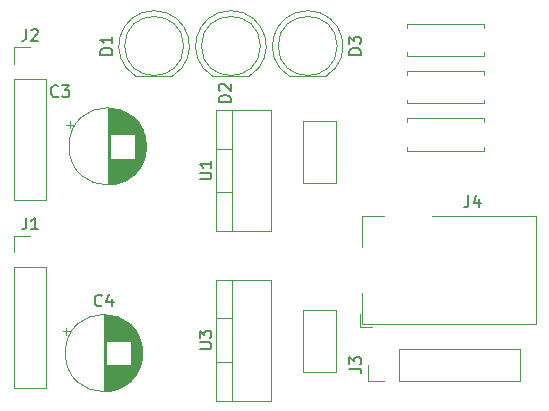
<source format=gbr>
%TF.GenerationSoftware,KiCad,Pcbnew,9.0.7*%
%TF.CreationDate,2026-01-31T20:36:48-06:00*%
%TF.ProjectId,Power,506f7765-722e-46b6-9963-61645f706362,rev?*%
%TF.SameCoordinates,Original*%
%TF.FileFunction,Legend,Top*%
%TF.FilePolarity,Positive*%
%FSLAX46Y46*%
G04 Gerber Fmt 4.6, Leading zero omitted, Abs format (unit mm)*
G04 Created by KiCad (PCBNEW 9.0.7) date 2026-01-31 20:36:48*
%MOMM*%
%LPD*%
G01*
G04 APERTURE LIST*
%ADD10C,0.150000*%
%ADD11C,0.120000*%
G04 APERTURE END LIST*
D10*
X200534819Y-110333333D02*
X201249104Y-110333333D01*
X201249104Y-110333333D02*
X201391961Y-110380952D01*
X201391961Y-110380952D02*
X201487200Y-110476190D01*
X201487200Y-110476190D02*
X201534819Y-110619047D01*
X201534819Y-110619047D02*
X201534819Y-110714285D01*
X200534819Y-109952380D02*
X200534819Y-109333333D01*
X200534819Y-109333333D02*
X200915771Y-109666666D01*
X200915771Y-109666666D02*
X200915771Y-109523809D01*
X200915771Y-109523809D02*
X200963390Y-109428571D01*
X200963390Y-109428571D02*
X201011009Y-109380952D01*
X201011009Y-109380952D02*
X201106247Y-109333333D01*
X201106247Y-109333333D02*
X201344342Y-109333333D01*
X201344342Y-109333333D02*
X201439580Y-109380952D01*
X201439580Y-109380952D02*
X201487200Y-109428571D01*
X201487200Y-109428571D02*
X201534819Y-109523809D01*
X201534819Y-109523809D02*
X201534819Y-109809523D01*
X201534819Y-109809523D02*
X201487200Y-109904761D01*
X201487200Y-109904761D02*
X201439580Y-109952380D01*
X173166666Y-81574819D02*
X173166666Y-82289104D01*
X173166666Y-82289104D02*
X173119047Y-82431961D01*
X173119047Y-82431961D02*
X173023809Y-82527200D01*
X173023809Y-82527200D02*
X172880952Y-82574819D01*
X172880952Y-82574819D02*
X172785714Y-82574819D01*
X173595238Y-81670057D02*
X173642857Y-81622438D01*
X173642857Y-81622438D02*
X173738095Y-81574819D01*
X173738095Y-81574819D02*
X173976190Y-81574819D01*
X173976190Y-81574819D02*
X174071428Y-81622438D01*
X174071428Y-81622438D02*
X174119047Y-81670057D01*
X174119047Y-81670057D02*
X174166666Y-81765295D01*
X174166666Y-81765295D02*
X174166666Y-81860533D01*
X174166666Y-81860533D02*
X174119047Y-82003390D01*
X174119047Y-82003390D02*
X173547619Y-82574819D01*
X173547619Y-82574819D02*
X174166666Y-82574819D01*
X173166666Y-97534819D02*
X173166666Y-98249104D01*
X173166666Y-98249104D02*
X173119047Y-98391961D01*
X173119047Y-98391961D02*
X173023809Y-98487200D01*
X173023809Y-98487200D02*
X172880952Y-98534819D01*
X172880952Y-98534819D02*
X172785714Y-98534819D01*
X174166666Y-98534819D02*
X173595238Y-98534819D01*
X173880952Y-98534819D02*
X173880952Y-97534819D01*
X173880952Y-97534819D02*
X173785714Y-97677676D01*
X173785714Y-97677676D02*
X173690476Y-97772914D01*
X173690476Y-97772914D02*
X173595238Y-97820533D01*
X187854819Y-108671904D02*
X188664342Y-108671904D01*
X188664342Y-108671904D02*
X188759580Y-108624285D01*
X188759580Y-108624285D02*
X188807200Y-108576666D01*
X188807200Y-108576666D02*
X188854819Y-108481428D01*
X188854819Y-108481428D02*
X188854819Y-108290952D01*
X188854819Y-108290952D02*
X188807200Y-108195714D01*
X188807200Y-108195714D02*
X188759580Y-108148095D01*
X188759580Y-108148095D02*
X188664342Y-108100476D01*
X188664342Y-108100476D02*
X187854819Y-108100476D01*
X187854819Y-107719523D02*
X187854819Y-107100476D01*
X187854819Y-107100476D02*
X188235771Y-107433809D01*
X188235771Y-107433809D02*
X188235771Y-107290952D01*
X188235771Y-107290952D02*
X188283390Y-107195714D01*
X188283390Y-107195714D02*
X188331009Y-107148095D01*
X188331009Y-107148095D02*
X188426247Y-107100476D01*
X188426247Y-107100476D02*
X188664342Y-107100476D01*
X188664342Y-107100476D02*
X188759580Y-107148095D01*
X188759580Y-107148095D02*
X188807200Y-107195714D01*
X188807200Y-107195714D02*
X188854819Y-107290952D01*
X188854819Y-107290952D02*
X188854819Y-107576666D01*
X188854819Y-107576666D02*
X188807200Y-107671904D01*
X188807200Y-107671904D02*
X188759580Y-107719523D01*
X187854819Y-94301904D02*
X188664342Y-94301904D01*
X188664342Y-94301904D02*
X188759580Y-94254285D01*
X188759580Y-94254285D02*
X188807200Y-94206666D01*
X188807200Y-94206666D02*
X188854819Y-94111428D01*
X188854819Y-94111428D02*
X188854819Y-93920952D01*
X188854819Y-93920952D02*
X188807200Y-93825714D01*
X188807200Y-93825714D02*
X188759580Y-93778095D01*
X188759580Y-93778095D02*
X188664342Y-93730476D01*
X188664342Y-93730476D02*
X187854819Y-93730476D01*
X188854819Y-92730476D02*
X188854819Y-93301904D01*
X188854819Y-93016190D02*
X187854819Y-93016190D01*
X187854819Y-93016190D02*
X187997676Y-93111428D01*
X187997676Y-93111428D02*
X188092914Y-93206666D01*
X188092914Y-93206666D02*
X188140533Y-93301904D01*
X210616666Y-95662319D02*
X210616666Y-96376604D01*
X210616666Y-96376604D02*
X210569047Y-96519461D01*
X210569047Y-96519461D02*
X210473809Y-96614700D01*
X210473809Y-96614700D02*
X210330952Y-96662319D01*
X210330952Y-96662319D02*
X210235714Y-96662319D01*
X211521428Y-95995652D02*
X211521428Y-96662319D01*
X211283333Y-95614700D02*
X211045238Y-96328985D01*
X211045238Y-96328985D02*
X211664285Y-96328985D01*
X201514819Y-83738094D02*
X200514819Y-83738094D01*
X200514819Y-83738094D02*
X200514819Y-83499999D01*
X200514819Y-83499999D02*
X200562438Y-83357142D01*
X200562438Y-83357142D02*
X200657676Y-83261904D01*
X200657676Y-83261904D02*
X200752914Y-83214285D01*
X200752914Y-83214285D02*
X200943390Y-83166666D01*
X200943390Y-83166666D02*
X201086247Y-83166666D01*
X201086247Y-83166666D02*
X201276723Y-83214285D01*
X201276723Y-83214285D02*
X201371961Y-83261904D01*
X201371961Y-83261904D02*
X201467200Y-83357142D01*
X201467200Y-83357142D02*
X201514819Y-83499999D01*
X201514819Y-83499999D02*
X201514819Y-83738094D01*
X200514819Y-82833332D02*
X200514819Y-82214285D01*
X200514819Y-82214285D02*
X200895771Y-82547618D01*
X200895771Y-82547618D02*
X200895771Y-82404761D01*
X200895771Y-82404761D02*
X200943390Y-82309523D01*
X200943390Y-82309523D02*
X200991009Y-82261904D01*
X200991009Y-82261904D02*
X201086247Y-82214285D01*
X201086247Y-82214285D02*
X201324342Y-82214285D01*
X201324342Y-82214285D02*
X201419580Y-82261904D01*
X201419580Y-82261904D02*
X201467200Y-82309523D01*
X201467200Y-82309523D02*
X201514819Y-82404761D01*
X201514819Y-82404761D02*
X201514819Y-82690475D01*
X201514819Y-82690475D02*
X201467200Y-82785713D01*
X201467200Y-82785713D02*
X201419580Y-82833332D01*
X190484819Y-87738094D02*
X189484819Y-87738094D01*
X189484819Y-87738094D02*
X189484819Y-87499999D01*
X189484819Y-87499999D02*
X189532438Y-87357142D01*
X189532438Y-87357142D02*
X189627676Y-87261904D01*
X189627676Y-87261904D02*
X189722914Y-87214285D01*
X189722914Y-87214285D02*
X189913390Y-87166666D01*
X189913390Y-87166666D02*
X190056247Y-87166666D01*
X190056247Y-87166666D02*
X190246723Y-87214285D01*
X190246723Y-87214285D02*
X190341961Y-87261904D01*
X190341961Y-87261904D02*
X190437200Y-87357142D01*
X190437200Y-87357142D02*
X190484819Y-87499999D01*
X190484819Y-87499999D02*
X190484819Y-87738094D01*
X189580057Y-86785713D02*
X189532438Y-86738094D01*
X189532438Y-86738094D02*
X189484819Y-86642856D01*
X189484819Y-86642856D02*
X189484819Y-86404761D01*
X189484819Y-86404761D02*
X189532438Y-86309523D01*
X189532438Y-86309523D02*
X189580057Y-86261904D01*
X189580057Y-86261904D02*
X189675295Y-86214285D01*
X189675295Y-86214285D02*
X189770533Y-86214285D01*
X189770533Y-86214285D02*
X189913390Y-86261904D01*
X189913390Y-86261904D02*
X190484819Y-86833332D01*
X190484819Y-86833332D02*
X190484819Y-86214285D01*
X180454819Y-83738094D02*
X179454819Y-83738094D01*
X179454819Y-83738094D02*
X179454819Y-83499999D01*
X179454819Y-83499999D02*
X179502438Y-83357142D01*
X179502438Y-83357142D02*
X179597676Y-83261904D01*
X179597676Y-83261904D02*
X179692914Y-83214285D01*
X179692914Y-83214285D02*
X179883390Y-83166666D01*
X179883390Y-83166666D02*
X180026247Y-83166666D01*
X180026247Y-83166666D02*
X180216723Y-83214285D01*
X180216723Y-83214285D02*
X180311961Y-83261904D01*
X180311961Y-83261904D02*
X180407200Y-83357142D01*
X180407200Y-83357142D02*
X180454819Y-83499999D01*
X180454819Y-83499999D02*
X180454819Y-83738094D01*
X180454819Y-82214285D02*
X180454819Y-82785713D01*
X180454819Y-82499999D02*
X179454819Y-82499999D01*
X179454819Y-82499999D02*
X179597676Y-82595237D01*
X179597676Y-82595237D02*
X179692914Y-82690475D01*
X179692914Y-82690475D02*
X179740533Y-82785713D01*
X179583333Y-104959580D02*
X179535714Y-105007200D01*
X179535714Y-105007200D02*
X179392857Y-105054819D01*
X179392857Y-105054819D02*
X179297619Y-105054819D01*
X179297619Y-105054819D02*
X179154762Y-105007200D01*
X179154762Y-105007200D02*
X179059524Y-104911961D01*
X179059524Y-104911961D02*
X179011905Y-104816723D01*
X179011905Y-104816723D02*
X178964286Y-104626247D01*
X178964286Y-104626247D02*
X178964286Y-104483390D01*
X178964286Y-104483390D02*
X179011905Y-104292914D01*
X179011905Y-104292914D02*
X179059524Y-104197676D01*
X179059524Y-104197676D02*
X179154762Y-104102438D01*
X179154762Y-104102438D02*
X179297619Y-104054819D01*
X179297619Y-104054819D02*
X179392857Y-104054819D01*
X179392857Y-104054819D02*
X179535714Y-104102438D01*
X179535714Y-104102438D02*
X179583333Y-104150057D01*
X180440476Y-104388152D02*
X180440476Y-105054819D01*
X180202381Y-104007200D02*
X179964286Y-104721485D01*
X179964286Y-104721485D02*
X180583333Y-104721485D01*
X175870954Y-87234580D02*
X175823335Y-87282200D01*
X175823335Y-87282200D02*
X175680478Y-87329819D01*
X175680478Y-87329819D02*
X175585240Y-87329819D01*
X175585240Y-87329819D02*
X175442383Y-87282200D01*
X175442383Y-87282200D02*
X175347145Y-87186961D01*
X175347145Y-87186961D02*
X175299526Y-87091723D01*
X175299526Y-87091723D02*
X175251907Y-86901247D01*
X175251907Y-86901247D02*
X175251907Y-86758390D01*
X175251907Y-86758390D02*
X175299526Y-86567914D01*
X175299526Y-86567914D02*
X175347145Y-86472676D01*
X175347145Y-86472676D02*
X175442383Y-86377438D01*
X175442383Y-86377438D02*
X175585240Y-86329819D01*
X175585240Y-86329819D02*
X175680478Y-86329819D01*
X175680478Y-86329819D02*
X175823335Y-86377438D01*
X175823335Y-86377438D02*
X175870954Y-86425057D01*
X176204288Y-86329819D02*
X176823335Y-86329819D01*
X176823335Y-86329819D02*
X176490002Y-86710771D01*
X176490002Y-86710771D02*
X176632859Y-86710771D01*
X176632859Y-86710771D02*
X176728097Y-86758390D01*
X176728097Y-86758390D02*
X176775716Y-86806009D01*
X176775716Y-86806009D02*
X176823335Y-86901247D01*
X176823335Y-86901247D02*
X176823335Y-87139342D01*
X176823335Y-87139342D02*
X176775716Y-87234580D01*
X176775716Y-87234580D02*
X176728097Y-87282200D01*
X176728097Y-87282200D02*
X176632859Y-87329819D01*
X176632859Y-87329819D02*
X176347145Y-87329819D01*
X176347145Y-87329819D02*
X176251907Y-87282200D01*
X176251907Y-87282200D02*
X176204288Y-87234580D01*
D11*
%TO.C,R2*%
X211960000Y-87870000D02*
X211960000Y-87540000D01*
X211960000Y-85130000D02*
X211960000Y-85460000D01*
X205420000Y-87870000D02*
X211960000Y-87870000D01*
X205420000Y-87540000D02*
X205420000Y-87870000D01*
X205420000Y-85460000D02*
X205420000Y-85130000D01*
X205420000Y-85130000D02*
X211960000Y-85130000D01*
%TO.C,R1*%
X205420000Y-89130000D02*
X211960000Y-89130000D01*
X205420000Y-89460000D02*
X205420000Y-89130000D01*
X205420000Y-91540000D02*
X205420000Y-91870000D01*
X205420000Y-91870000D02*
X211960000Y-91870000D01*
X211960000Y-89130000D02*
X211960000Y-89460000D01*
X211960000Y-91870000D02*
X211960000Y-91540000D01*
%TO.C,R3*%
X211960000Y-83870000D02*
X211960000Y-83540000D01*
X211960000Y-81130000D02*
X211960000Y-81460000D01*
X205420000Y-83870000D02*
X211960000Y-83870000D01*
X205420000Y-83540000D02*
X205420000Y-83870000D01*
X205420000Y-81460000D02*
X205420000Y-81130000D01*
X205420000Y-81130000D02*
X211960000Y-81130000D01*
%TO.C,J3*%
X202080000Y-111380000D02*
X202080000Y-110000000D01*
X203460000Y-111380000D02*
X202080000Y-111380000D01*
X204730000Y-111380000D02*
X215000000Y-111380000D01*
X204730000Y-111380000D02*
X204730000Y-108620000D01*
X215000000Y-111380000D02*
X215000000Y-108620000D01*
X204730000Y-108620000D02*
X215000000Y-108620000D01*
%TO.C,J2*%
X172120000Y-83120000D02*
X173500000Y-83120000D01*
X172120000Y-84500000D02*
X172120000Y-83120000D01*
X172120000Y-85770000D02*
X172120000Y-96040000D01*
X172120000Y-85770000D02*
X174880000Y-85770000D01*
X172120000Y-96040000D02*
X174880000Y-96040000D01*
X174880000Y-85770000D02*
X174880000Y-96040000D01*
%TO.C,J1*%
X172120000Y-99080000D02*
X173500000Y-99080000D01*
X172120000Y-100460000D02*
X172120000Y-99080000D01*
X172120000Y-101730000D02*
X172120000Y-112000000D01*
X172120000Y-101730000D02*
X174880000Y-101730000D01*
X172120000Y-112000000D02*
X174880000Y-112000000D01*
X174880000Y-101730000D02*
X174880000Y-112000000D01*
%TO.C,U3*%
X193860000Y-102800000D02*
X193860000Y-113020000D01*
X189240000Y-102800000D02*
X193860000Y-102800000D01*
X189240000Y-106060000D02*
X190620000Y-106060000D01*
X189240000Y-109760000D02*
X190620000Y-109760000D01*
X193860000Y-113020000D02*
X189240000Y-113020000D01*
X190620000Y-113020000D02*
X190620000Y-102800000D01*
X189240000Y-113020000D02*
X189240000Y-102800000D01*
%TO.C,U1*%
X189240000Y-98650000D02*
X189240000Y-88430000D01*
X190620000Y-98650000D02*
X190620000Y-88430000D01*
X193860000Y-98650000D02*
X189240000Y-98650000D01*
X189240000Y-95390000D02*
X190620000Y-95390000D01*
X189240000Y-91690000D02*
X190620000Y-91690000D01*
X189240000Y-88430000D02*
X193860000Y-88430000D01*
X193860000Y-88430000D02*
X193860000Y-98650000D01*
%TO.C,J4*%
X216300000Y-106557500D02*
X201600000Y-106557500D01*
X216300000Y-97357500D02*
X216300000Y-106557500D01*
X207500000Y-97357500D02*
X216300000Y-97357500D01*
X202450000Y-106757500D02*
X201400000Y-106757500D01*
X201600000Y-106557500D02*
X201600000Y-103957500D01*
X201600000Y-100057500D02*
X201600000Y-97357500D01*
X201600000Y-97357500D02*
X203500000Y-97357500D01*
X201400000Y-105707500D02*
X201400000Y-106757500D01*
%TO.C,D3*%
X195455000Y-85565000D02*
X198545000Y-85565000D01*
X195455170Y-85565000D02*
G75*
G02*
X197000000Y-80015000I1544830J2560000D01*
G01*
X197000000Y-80015000D02*
G75*
G02*
X198544830Y-85565000I0J-2990000D01*
G01*
X199500000Y-83005000D02*
G75*
G02*
X194500000Y-83005000I-2500000J0D01*
G01*
X194500000Y-83005000D02*
G75*
G02*
X199500000Y-83005000I2500000J0D01*
G01*
%TO.C,D2*%
X188955000Y-85565000D02*
X192045000Y-85565000D01*
X188955170Y-85565000D02*
G75*
G02*
X190500000Y-80015000I1544830J2560000D01*
G01*
X190500000Y-80015000D02*
G75*
G02*
X192044830Y-85565000I0J-2990000D01*
G01*
X193000000Y-83005000D02*
G75*
G02*
X188000000Y-83005000I-2500000J0D01*
G01*
X188000000Y-83005000D02*
G75*
G02*
X193000000Y-83005000I2500000J0D01*
G01*
%TO.C,D1*%
X182455000Y-85565000D02*
X185545000Y-85565000D01*
X182455170Y-85565000D02*
G75*
G02*
X184000000Y-80015000I1544830J2560000D01*
G01*
X184000000Y-80015000D02*
G75*
G02*
X185544830Y-85565000I0J-2990000D01*
G01*
X186500000Y-83005000D02*
G75*
G02*
X181500000Y-83005000I-2500000J0D01*
G01*
X181500000Y-83005000D02*
G75*
G02*
X186500000Y-83005000I2500000J0D01*
G01*
%TO.C,C4*%
X176249759Y-107161000D02*
X176879759Y-107161000D01*
X176564759Y-106846000D02*
X176564759Y-107476000D01*
X179750000Y-105770000D02*
X179750000Y-112230000D01*
X179790000Y-105770000D02*
X179790000Y-112230000D01*
X179830000Y-105771000D02*
X179830000Y-112229000D01*
X179870000Y-105772000D02*
X179870000Y-112228000D01*
X179910000Y-105774000D02*
X179910000Y-112226000D01*
X179950000Y-105776000D02*
X179950000Y-112224000D01*
X179990000Y-105779000D02*
X179990000Y-107960000D01*
X179990000Y-110040000D02*
X179990000Y-112221000D01*
X180030000Y-105782000D02*
X180030000Y-107960000D01*
X180030000Y-110040000D02*
X180030000Y-112218000D01*
X180070000Y-105786000D02*
X180070000Y-107960000D01*
X180070000Y-110040000D02*
X180070000Y-112214000D01*
X180110000Y-105790000D02*
X180110000Y-107960000D01*
X180110000Y-110040000D02*
X180110000Y-112210000D01*
X180150000Y-105795000D02*
X180150000Y-107960000D01*
X180150000Y-110040000D02*
X180150000Y-112205000D01*
X180190000Y-105800000D02*
X180190000Y-107960000D01*
X180190000Y-110040000D02*
X180190000Y-112200000D01*
X180230000Y-105805000D02*
X180230000Y-107960000D01*
X180230000Y-110040000D02*
X180230000Y-112195000D01*
X180270000Y-105812000D02*
X180270000Y-107960000D01*
X180270000Y-110040000D02*
X180270000Y-112188000D01*
X180310000Y-105818000D02*
X180310000Y-107960000D01*
X180310000Y-110040000D02*
X180310000Y-112182000D01*
X180350000Y-105826000D02*
X180350000Y-107960000D01*
X180350000Y-110040000D02*
X180350000Y-112174000D01*
X180390000Y-105833000D02*
X180390000Y-107960000D01*
X180390000Y-110040000D02*
X180390000Y-112167000D01*
X180430000Y-105841000D02*
X180430000Y-107960000D01*
X180430000Y-110040000D02*
X180430000Y-112159000D01*
X180470000Y-105850000D02*
X180470000Y-107960000D01*
X180470000Y-110040000D02*
X180470000Y-112150000D01*
X180510000Y-105860000D02*
X180510000Y-107960000D01*
X180510000Y-110040000D02*
X180510000Y-112140000D01*
X180550000Y-105869000D02*
X180550000Y-107960000D01*
X180550000Y-110040000D02*
X180550000Y-112131000D01*
X180590000Y-105880000D02*
X180590000Y-107960000D01*
X180590000Y-110040000D02*
X180590000Y-112120000D01*
X180630000Y-105891000D02*
X180630000Y-107960000D01*
X180630000Y-110040000D02*
X180630000Y-112109000D01*
X180670000Y-105902000D02*
X180670000Y-107960000D01*
X180670000Y-110040000D02*
X180670000Y-112098000D01*
X180710000Y-105914000D02*
X180710000Y-107960000D01*
X180710000Y-110040000D02*
X180710000Y-112086000D01*
X180750000Y-105927000D02*
X180750000Y-107960000D01*
X180750000Y-110040000D02*
X180750000Y-112073000D01*
X180790000Y-105940000D02*
X180790000Y-107960000D01*
X180790000Y-110040000D02*
X180790000Y-112060000D01*
X180830000Y-105953000D02*
X180830000Y-107960000D01*
X180830000Y-110040000D02*
X180830000Y-112047000D01*
X180870000Y-105968000D02*
X180870000Y-107960000D01*
X180870000Y-110040000D02*
X180870000Y-112032000D01*
X180910000Y-105983000D02*
X180910000Y-107960000D01*
X180910000Y-110040000D02*
X180910000Y-112017000D01*
X180950000Y-105998000D02*
X180950000Y-107960000D01*
X180950000Y-110040000D02*
X180950000Y-112002000D01*
X180990000Y-106014000D02*
X180990000Y-107960000D01*
X180990000Y-110040000D02*
X180990000Y-111986000D01*
X181030000Y-106031000D02*
X181030000Y-107960000D01*
X181030000Y-110040000D02*
X181030000Y-111969000D01*
X181070000Y-106048000D02*
X181070000Y-107960000D01*
X181070000Y-110040000D02*
X181070000Y-111952000D01*
X181110000Y-106066000D02*
X181110000Y-107960000D01*
X181110000Y-110040000D02*
X181110000Y-111934000D01*
X181150000Y-106085000D02*
X181150000Y-107960000D01*
X181150000Y-110040000D02*
X181150000Y-111915000D01*
X181190000Y-106104000D02*
X181190000Y-107960000D01*
X181190000Y-110040000D02*
X181190000Y-111896000D01*
X181230000Y-106124000D02*
X181230000Y-107960000D01*
X181230000Y-110040000D02*
X181230000Y-111876000D01*
X181270000Y-106145000D02*
X181270000Y-107960000D01*
X181270000Y-110040000D02*
X181270000Y-111855000D01*
X181310000Y-106166000D02*
X181310000Y-107960000D01*
X181310000Y-110040000D02*
X181310000Y-111834000D01*
X181350000Y-106188000D02*
X181350000Y-107960000D01*
X181350000Y-110040000D02*
X181350000Y-111812000D01*
X181390000Y-106211000D02*
X181390000Y-107960000D01*
X181390000Y-110040000D02*
X181390000Y-111789000D01*
X181430000Y-106235000D02*
X181430000Y-107960000D01*
X181430000Y-110040000D02*
X181430000Y-111765000D01*
X181470000Y-106259000D02*
X181470000Y-107960000D01*
X181470000Y-110040000D02*
X181470000Y-111741000D01*
X181510000Y-106284000D02*
X181510000Y-107960000D01*
X181510000Y-110040000D02*
X181510000Y-111716000D01*
X181550000Y-106310000D02*
X181550000Y-107960000D01*
X181550000Y-110040000D02*
X181550000Y-111690000D01*
X181590000Y-106337000D02*
X181590000Y-107960000D01*
X181590000Y-110040000D02*
X181590000Y-111663000D01*
X181630000Y-106364000D02*
X181630000Y-107960000D01*
X181630000Y-110040000D02*
X181630000Y-111636000D01*
X181670000Y-106393000D02*
X181670000Y-107960000D01*
X181670000Y-110040000D02*
X181670000Y-111607000D01*
X181710000Y-106423000D02*
X181710000Y-107960000D01*
X181710000Y-110040000D02*
X181710000Y-111577000D01*
X181750000Y-106453000D02*
X181750000Y-107960000D01*
X181750000Y-110040000D02*
X181750000Y-111547000D01*
X181790000Y-106484000D02*
X181790000Y-107960000D01*
X181790000Y-110040000D02*
X181790000Y-111516000D01*
X181830000Y-106517000D02*
X181830000Y-107960000D01*
X181830000Y-110040000D02*
X181830000Y-111483000D01*
X181870000Y-106550000D02*
X181870000Y-107960000D01*
X181870000Y-110040000D02*
X181870000Y-111450000D01*
X181910000Y-106585000D02*
X181910000Y-107960000D01*
X181910000Y-110040000D02*
X181910000Y-111415000D01*
X181950000Y-106621000D02*
X181950000Y-107960000D01*
X181950000Y-110040000D02*
X181950000Y-111379000D01*
X181990000Y-106658000D02*
X181990000Y-107960000D01*
X181990000Y-110040000D02*
X181990000Y-111342000D01*
X182030000Y-106696000D02*
X182030000Y-107960000D01*
X182030000Y-110040000D02*
X182030000Y-111304000D01*
X182070000Y-106736000D02*
X182070000Y-111264000D01*
X182110000Y-106777000D02*
X182110000Y-111223000D01*
X182150000Y-106819000D02*
X182150000Y-111181000D01*
X182190000Y-106863000D02*
X182190000Y-111137000D01*
X182230000Y-106909000D02*
X182230000Y-111091000D01*
X182270000Y-106956000D02*
X182270000Y-111044000D01*
X182310000Y-107005000D02*
X182310000Y-110995000D01*
X182350000Y-107057000D02*
X182350000Y-110943000D01*
X182390000Y-107110000D02*
X182390000Y-110890000D01*
X182430000Y-107166000D02*
X182430000Y-110834000D01*
X182470000Y-107225000D02*
X182470000Y-110775000D01*
X182510000Y-107286000D02*
X182510000Y-110714000D01*
X182550000Y-107351000D02*
X182550000Y-110649000D01*
X182590000Y-107419000D02*
X182590000Y-110581000D01*
X182630000Y-107491000D02*
X182630000Y-110509000D01*
X182670000Y-107568000D02*
X182670000Y-110432000D01*
X182710000Y-107650000D02*
X182710000Y-110350000D01*
X182750000Y-107739000D02*
X182750000Y-110261000D01*
X182790000Y-107835000D02*
X182790000Y-110165000D01*
X182830000Y-107942000D02*
X182830000Y-110058000D01*
X182870000Y-108061000D02*
X182870000Y-109939000D01*
X182910000Y-108199000D02*
X182910000Y-109801000D01*
X182950000Y-108367000D02*
X182950000Y-109633000D01*
X182990000Y-108598000D02*
X182990000Y-109402000D01*
X183020000Y-109000000D02*
G75*
G02*
X176480000Y-109000000I-3270000J0D01*
G01*
X176480000Y-109000000D02*
G75*
G02*
X183020000Y-109000000I3270000J0D01*
G01*
%TO.C,C3*%
X176567380Y-89661000D02*
X177197380Y-89661000D01*
X176882380Y-89346000D02*
X176882380Y-89976000D01*
X180067621Y-88270000D02*
X180067621Y-94730000D01*
X180107621Y-88270000D02*
X180107621Y-94730000D01*
X180147621Y-88271000D02*
X180147621Y-94729000D01*
X180187621Y-88272000D02*
X180187621Y-94728000D01*
X180227621Y-88274000D02*
X180227621Y-94726000D01*
X180267621Y-88276000D02*
X180267621Y-94724000D01*
X180307621Y-88279000D02*
X180307621Y-90460000D01*
X180307621Y-92540000D02*
X180307621Y-94721000D01*
X180347621Y-88282000D02*
X180347621Y-90460000D01*
X180347621Y-92540000D02*
X180347621Y-94718000D01*
X180387621Y-88286000D02*
X180387621Y-90460000D01*
X180387621Y-92540000D02*
X180387621Y-94714000D01*
X180427621Y-88290000D02*
X180427621Y-90460000D01*
X180427621Y-92540000D02*
X180427621Y-94710000D01*
X180467621Y-88295000D02*
X180467621Y-90460000D01*
X180467621Y-92540000D02*
X180467621Y-94705000D01*
X180507621Y-88300000D02*
X180507621Y-90460000D01*
X180507621Y-92540000D02*
X180507621Y-94700000D01*
X180547621Y-88305000D02*
X180547621Y-90460000D01*
X180547621Y-92540000D02*
X180547621Y-94695000D01*
X180587621Y-88312000D02*
X180587621Y-90460000D01*
X180587621Y-92540000D02*
X180587621Y-94688000D01*
X180627621Y-88318000D02*
X180627621Y-90460000D01*
X180627621Y-92540000D02*
X180627621Y-94682000D01*
X180667621Y-88326000D02*
X180667621Y-90460000D01*
X180667621Y-92540000D02*
X180667621Y-94674000D01*
X180707621Y-88333000D02*
X180707621Y-90460000D01*
X180707621Y-92540000D02*
X180707621Y-94667000D01*
X180747621Y-88341000D02*
X180747621Y-90460000D01*
X180747621Y-92540000D02*
X180747621Y-94659000D01*
X180787621Y-88350000D02*
X180787621Y-90460000D01*
X180787621Y-92540000D02*
X180787621Y-94650000D01*
X180827621Y-88360000D02*
X180827621Y-90460000D01*
X180827621Y-92540000D02*
X180827621Y-94640000D01*
X180867621Y-88369000D02*
X180867621Y-90460000D01*
X180867621Y-92540000D02*
X180867621Y-94631000D01*
X180907621Y-88380000D02*
X180907621Y-90460000D01*
X180907621Y-92540000D02*
X180907621Y-94620000D01*
X180947621Y-88391000D02*
X180947621Y-90460000D01*
X180947621Y-92540000D02*
X180947621Y-94609000D01*
X180987621Y-88402000D02*
X180987621Y-90460000D01*
X180987621Y-92540000D02*
X180987621Y-94598000D01*
X181027621Y-88414000D02*
X181027621Y-90460000D01*
X181027621Y-92540000D02*
X181027621Y-94586000D01*
X181067621Y-88427000D02*
X181067621Y-90460000D01*
X181067621Y-92540000D02*
X181067621Y-94573000D01*
X181107621Y-88440000D02*
X181107621Y-90460000D01*
X181107621Y-92540000D02*
X181107621Y-94560000D01*
X181147621Y-88453000D02*
X181147621Y-90460000D01*
X181147621Y-92540000D02*
X181147621Y-94547000D01*
X181187621Y-88468000D02*
X181187621Y-90460000D01*
X181187621Y-92540000D02*
X181187621Y-94532000D01*
X181227621Y-88483000D02*
X181227621Y-90460000D01*
X181227621Y-92540000D02*
X181227621Y-94517000D01*
X181267621Y-88498000D02*
X181267621Y-90460000D01*
X181267621Y-92540000D02*
X181267621Y-94502000D01*
X181307621Y-88514000D02*
X181307621Y-90460000D01*
X181307621Y-92540000D02*
X181307621Y-94486000D01*
X181347621Y-88531000D02*
X181347621Y-90460000D01*
X181347621Y-92540000D02*
X181347621Y-94469000D01*
X181387621Y-88548000D02*
X181387621Y-90460000D01*
X181387621Y-92540000D02*
X181387621Y-94452000D01*
X181427621Y-88566000D02*
X181427621Y-90460000D01*
X181427621Y-92540000D02*
X181427621Y-94434000D01*
X181467621Y-88585000D02*
X181467621Y-90460000D01*
X181467621Y-92540000D02*
X181467621Y-94415000D01*
X181507621Y-88604000D02*
X181507621Y-90460000D01*
X181507621Y-92540000D02*
X181507621Y-94396000D01*
X181547621Y-88624000D02*
X181547621Y-90460000D01*
X181547621Y-92540000D02*
X181547621Y-94376000D01*
X181587621Y-88645000D02*
X181587621Y-90460000D01*
X181587621Y-92540000D02*
X181587621Y-94355000D01*
X181627621Y-88666000D02*
X181627621Y-90460000D01*
X181627621Y-92540000D02*
X181627621Y-94334000D01*
X181667621Y-88688000D02*
X181667621Y-90460000D01*
X181667621Y-92540000D02*
X181667621Y-94312000D01*
X181707621Y-88711000D02*
X181707621Y-90460000D01*
X181707621Y-92540000D02*
X181707621Y-94289000D01*
X181747621Y-88735000D02*
X181747621Y-90460000D01*
X181747621Y-92540000D02*
X181747621Y-94265000D01*
X181787621Y-88759000D02*
X181787621Y-90460000D01*
X181787621Y-92540000D02*
X181787621Y-94241000D01*
X181827621Y-88784000D02*
X181827621Y-90460000D01*
X181827621Y-92540000D02*
X181827621Y-94216000D01*
X181867621Y-88810000D02*
X181867621Y-90460000D01*
X181867621Y-92540000D02*
X181867621Y-94190000D01*
X181907621Y-88837000D02*
X181907621Y-90460000D01*
X181907621Y-92540000D02*
X181907621Y-94163000D01*
X181947621Y-88864000D02*
X181947621Y-90460000D01*
X181947621Y-92540000D02*
X181947621Y-94136000D01*
X181987621Y-88893000D02*
X181987621Y-90460000D01*
X181987621Y-92540000D02*
X181987621Y-94107000D01*
X182027621Y-88923000D02*
X182027621Y-90460000D01*
X182027621Y-92540000D02*
X182027621Y-94077000D01*
X182067621Y-88953000D02*
X182067621Y-90460000D01*
X182067621Y-92540000D02*
X182067621Y-94047000D01*
X182107621Y-88984000D02*
X182107621Y-90460000D01*
X182107621Y-92540000D02*
X182107621Y-94016000D01*
X182147621Y-89017000D02*
X182147621Y-90460000D01*
X182147621Y-92540000D02*
X182147621Y-93983000D01*
X182187621Y-89050000D02*
X182187621Y-90460000D01*
X182187621Y-92540000D02*
X182187621Y-93950000D01*
X182227621Y-89085000D02*
X182227621Y-90460000D01*
X182227621Y-92540000D02*
X182227621Y-93915000D01*
X182267621Y-89121000D02*
X182267621Y-90460000D01*
X182267621Y-92540000D02*
X182267621Y-93879000D01*
X182307621Y-89158000D02*
X182307621Y-90460000D01*
X182307621Y-92540000D02*
X182307621Y-93842000D01*
X182347621Y-89196000D02*
X182347621Y-90460000D01*
X182347621Y-92540000D02*
X182347621Y-93804000D01*
X182387621Y-89236000D02*
X182387621Y-93764000D01*
X182427621Y-89277000D02*
X182427621Y-93723000D01*
X182467621Y-89319000D02*
X182467621Y-93681000D01*
X182507621Y-89363000D02*
X182507621Y-93637000D01*
X182547621Y-89409000D02*
X182547621Y-93591000D01*
X182587621Y-89456000D02*
X182587621Y-93544000D01*
X182627621Y-89505000D02*
X182627621Y-93495000D01*
X182667621Y-89557000D02*
X182667621Y-93443000D01*
X182707621Y-89610000D02*
X182707621Y-93390000D01*
X182747621Y-89666000D02*
X182747621Y-93334000D01*
X182787621Y-89725000D02*
X182787621Y-93275000D01*
X182827621Y-89786000D02*
X182827621Y-93214000D01*
X182867621Y-89851000D02*
X182867621Y-93149000D01*
X182907621Y-89919000D02*
X182907621Y-93081000D01*
X182947621Y-89991000D02*
X182947621Y-93009000D01*
X182987621Y-90068000D02*
X182987621Y-92932000D01*
X183027621Y-90150000D02*
X183027621Y-92850000D01*
X183067621Y-90239000D02*
X183067621Y-92761000D01*
X183107621Y-90335000D02*
X183107621Y-92665000D01*
X183147621Y-90442000D02*
X183147621Y-92558000D01*
X183187621Y-90561000D02*
X183187621Y-92439000D01*
X183227621Y-90699000D02*
X183227621Y-92301000D01*
X183267621Y-90867000D02*
X183267621Y-92133000D01*
X183307621Y-91098000D02*
X183307621Y-91902000D01*
X183337621Y-91500000D02*
G75*
G02*
X176797621Y-91500000I-3270000J0D01*
G01*
X176797621Y-91500000D02*
G75*
G02*
X183337621Y-91500000I3270000J0D01*
G01*
%TO.C,C2*%
X199370000Y-105380000D02*
X199370000Y-110620000D01*
X196630000Y-105380000D02*
X199370000Y-105380000D01*
X199370000Y-110620000D02*
X196630000Y-110620000D01*
X196630000Y-110620000D02*
X196630000Y-105380000D01*
%TO.C,C1*%
X199370000Y-89380000D02*
X199370000Y-94620000D01*
X196630000Y-89380000D02*
X199370000Y-89380000D01*
X199370000Y-94620000D02*
X196630000Y-94620000D01*
X196630000Y-94620000D02*
X196630000Y-89380000D01*
%TD*%
M02*

</source>
